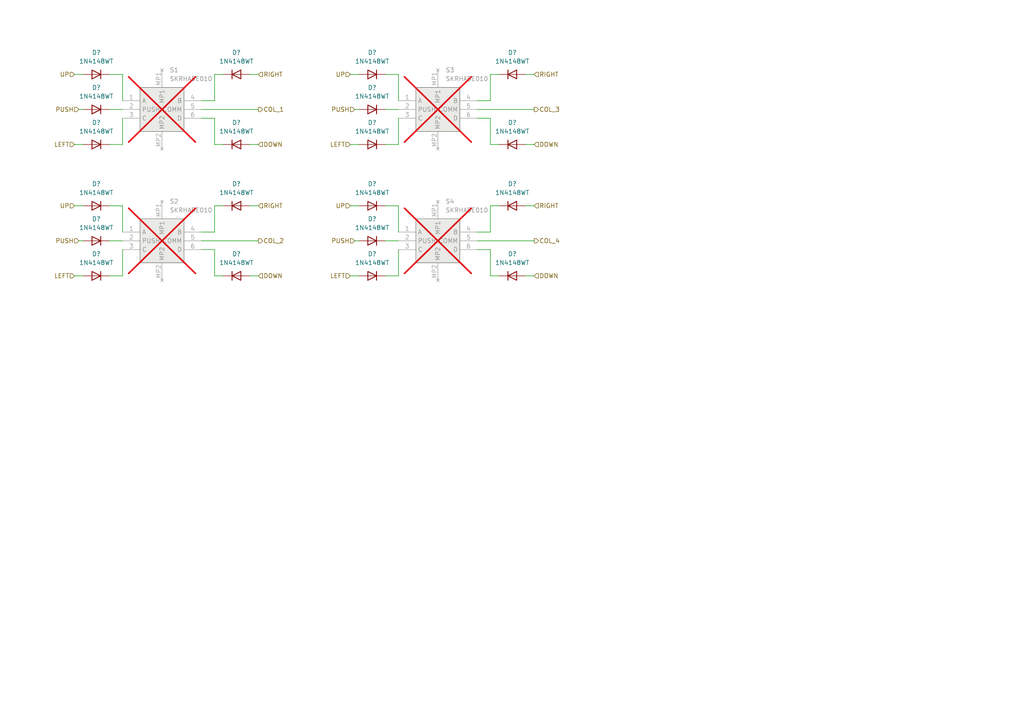
<source format=kicad_sch>
(kicad_sch (version 20230121) (generator eeschema)
  (paper "A4")
  (lib_symbols
    (symbol "Alps:SKRHADE010"
      (property "Reference" "S" (at -6.35 8.89 0))
      (property "Value" "SKRHADE010" (at 1.27 8.89 0))
      (symbol "SKRHADE010_1_1"
        (rectangle (start -6.35 6.35) (end 6.35 -6.35) (stroke (width 0.254)) (fill (type background)))
        (pin passive line (at -11.43 2.54 0) (length 5.08) (name "A") (number "1"))
        (pin passive line (at -11.43 0 0) (length 5.08) (name "PUSH") (number "2"))
        (pin passive line (at -11.43 -2.54 0) (length 5.08) (name "C") (number "3"))
        (pin passive line (at 11.43 2.54 180) (length 5.08) (name "B") (number "4"))
        (pin passive line (at 11.43 0 180) (length 5.08) (name "COMM") (number "5"))
        (pin passive line (at 11.43 -2.54 180) (length 5.08) (name "D") (number "6"))
        (pin no_connect line (at 0 11.43 270) (length 5.08) (name "MP1") (number "MP1"))
        (pin no_connect line (at 0 -11.43 90) (length 5.08) (name "MP2") (number "MP2"))
      )
    )
    (symbol "Diode:1N4148WT" (pin_numbers hide) (pin_names hide)
      (property "Reference" "D" (at 0 2.54 0))
      (property "Value" "1N4148WT" (at 0 -2.54 0))
      (symbol "1N4148WT_0_1"
        (polyline (pts (xy -1.27 1.27) (xy -1.27 -1.27)) (stroke (width 0.254)))
        (polyline (pts (xy 1.27 0) (xy -1.27 0)))
        (polyline (pts (xy 1.27 1.27) (xy 1.27 -1.27) (xy -1.27 0) (xy 1.27 1.27)) (stroke (width 0.254)))
      )
      (symbol "1N4148WT_1_1"
        (pin passive line (at -3.81 0 0) (length 2.54) (name "K") (number "1"))
        (pin passive line (at 3.81 0 180) (length 2.54) (name "A") (number "2"))
      )
    )
  )
  (wire (pts (xy 58.42 29.21) (xy 62.23 29.21)))
  (wire (pts (xy 35.56 80.01) (xy 35.56 72.39)))
  (wire (pts (xy 152.4 41.91) (xy 154.94 41.91)))
  (wire (pts (xy 115.57 80.01) (xy 115.57 72.39)))
  (wire (pts (xy 142.24 72.39) (xy 138.43 72.39)))
  (wire (pts (xy 102.87 69.85) (xy 104.14 69.85)))
  (wire (pts (xy 62.23 21.59) (xy 64.77 21.59)))
  (wire (pts (xy 62.23 34.29) (xy 58.42 34.29)))
  (wire (pts (xy 142.24 67.31) (xy 142.24 59.69)))
  (wire (pts (xy 152.4 59.69) (xy 154.94 59.69)))
  (wire (pts (xy 104.14 59.69) (xy 101.6 59.69)))
  (wire (pts (xy 115.57 59.69) (xy 115.57 67.31)))
  (wire (pts (xy 62.23 80.01) (xy 62.23 72.39)))
  (wire (pts (xy 101.6 80.01) (xy 104.14 80.01)))
  (wire (pts (xy 62.23 59.69) (xy 64.77 59.69)))
  (wire (pts (xy 24.13 59.69) (xy 21.59 59.69)))
  (wire (pts (xy 104.14 21.59) (xy 101.6 21.59)))
  (wire (pts (xy 144.78 41.91) (xy 142.24 41.91)))
  (wire (pts (xy 138.43 29.21) (xy 142.24 29.21)))
  (wire (pts (xy 142.24 41.91) (xy 142.24 34.29)))
  (wire (pts (xy 142.24 80.01) (xy 142.24 72.39)))
  (wire (pts (xy 144.78 80.01) (xy 142.24 80.01)))
  (wire (pts (xy 142.24 59.69) (xy 144.78 59.69)))
  (wire (pts (xy 138.43 67.31) (xy 142.24 67.31)))
  (wire (pts (xy 72.39 41.91) (xy 74.93 41.91)))
  (wire (pts (xy 31.75 80.01) (xy 35.56 80.01)))
  (wire (pts (xy 21.59 80.01) (xy 24.13 80.01)))
  (wire (pts (xy 62.23 67.31) (xy 62.23 59.69)))
  (wire (pts (xy 72.39 80.01) (xy 74.93 80.01)))
  (wire (pts (xy 111.76 21.59) (xy 115.57 21.59)))
  (wire (pts (xy 72.39 21.59) (xy 74.93 21.59)))
  (wire (pts (xy 35.56 59.69) (xy 35.56 67.31)))
  (wire (pts (xy 31.75 21.59) (xy 35.56 21.59)))
  (wire (pts (xy 58.42 69.85) (xy 74.93 69.85)))
  (wire (pts (xy 142.24 29.21) (xy 142.24 21.59)))
  (wire (pts (xy 21.59 41.91) (xy 24.13 41.91)))
  (wire (pts (xy 152.4 80.01) (xy 154.94 80.01)))
  (wire (pts (xy 31.75 41.91) (xy 35.56 41.91)))
  (wire (pts (xy 111.76 69.85) (xy 115.57 69.85)))
  (wire (pts (xy 31.75 31.75) (xy 35.56 31.75)))
  (wire (pts (xy 101.6 41.91) (xy 104.14 41.91)))
  (wire (pts (xy 111.76 59.69) (xy 115.57 59.69)))
  (wire (pts (xy 111.76 41.91) (xy 115.57 41.91)))
  (wire (pts (xy 64.77 41.91) (xy 62.23 41.91)))
  (wire (pts (xy 142.24 21.59) (xy 144.78 21.59)))
  (wire (pts (xy 22.86 31.75) (xy 24.13 31.75)))
  (wire (pts (xy 72.39 59.69) (xy 74.93 59.69)))
  (wire (pts (xy 31.75 69.85) (xy 35.56 69.85)))
  (wire (pts (xy 62.23 29.21) (xy 62.23 21.59)))
  (wire (pts (xy 58.42 31.75) (xy 74.93 31.75)))
  (wire (pts (xy 24.13 21.59) (xy 21.59 21.59)))
  (wire (pts (xy 152.4 21.59) (xy 154.94 21.59)))
  (wire (pts (xy 115.57 21.59) (xy 115.57 29.21)))
  (wire (pts (xy 111.76 31.75) (xy 115.57 31.75)))
  (wire (pts (xy 138.43 31.75) (xy 154.94 31.75)))
  (wire (pts (xy 35.56 21.59) (xy 35.56 29.21)))
  (wire (pts (xy 138.43 69.85) (xy 154.94 69.85)))
  (wire (pts (xy 102.87 31.75) (xy 104.14 31.75)))
  (wire (pts (xy 142.24 34.29) (xy 138.43 34.29)))
  (wire (pts (xy 111.76 80.01) (xy 115.57 80.01)))
  (wire (pts (xy 64.77 80.01) (xy 62.23 80.01)))
  (wire (pts (xy 31.75 59.69) (xy 35.56 59.69)))
  (wire (pts (xy 58.42 67.31) (xy 62.23 67.31)))
  (wire (pts (xy 35.56 41.91) (xy 35.56 34.29)))
  (wire (pts (xy 22.86 69.85) (xy 24.13 69.85)))
  (wire (pts (xy 62.23 72.39) (xy 58.42 72.39)))
  (wire (pts (xy 62.23 41.91) (xy 62.23 34.29)))
  (wire (pts (xy 115.57 41.91) (xy 115.57 34.29)))
  (hierarchical_label "UP" (shape input) (at 21.59 59.69 180))
  (hierarchical_label "COL_1" (shape output) (at 74.93 31.75 0))
  (hierarchical_label "UP" (shape input) (at 101.6 59.69 180))
  (hierarchical_label "RIGHT" (shape input) (at 74.93 59.69 0))
  (hierarchical_label "DOWN" (shape input) (at 74.93 41.91 0))
  (hierarchical_label "COL_2" (shape output) (at 74.93 69.85 0))
  (hierarchical_label "LEFT" (shape input) (at 101.6 80.01 180))
  (hierarchical_label "PUSH" (shape input) (at 102.87 31.75 180))
  (hierarchical_label "DOWN" (shape input) (at 74.93 80.01 0))
  (hierarchical_label "PUSH" (shape input) (at 102.87 69.85 180))
  (hierarchical_label "PUSH" (shape input) (at 22.86 69.85 180))
  (hierarchical_label "LEFT" (shape input) (at 101.6 41.91 180))
  (hierarchical_label "DOWN" (shape input) (at 154.94 80.01 0))
  (hierarchical_label "LEFT" (shape input) (at 21.59 80.01 180))
  (hierarchical_label "PUSH" (shape input) (at 22.86 31.75 180))
  (hierarchical_label "UP" (shape input) (at 21.59 21.59 180))
  (hierarchical_label "RIGHT" (shape input) (at 154.94 21.59 0))
  (hierarchical_label "RIGHT" (shape input) (at 74.93 21.59 0))
  (hierarchical_label "COL_3" (shape output) (at 154.94 31.75 0))
  (hierarchical_label "LEFT" (shape input) (at 21.59 41.91 180))
  (hierarchical_label "COL_4" (shape output) (at 154.94 69.85 0))
  (hierarchical_label "UP" (shape input) (at 101.6 21.59 180))
  (hierarchical_label "DOWN" (shape input) (at 154.94 41.91 0))
  (hierarchical_label "RIGHT" (shape input) (at 154.94 59.69 0))
  (symbol (lib_id "Diode:1N4148WT") (at 148.59 41.91 0) (unit 1)
    (property "Reference" "D?" (at 148.59 35.56 0))
    (property "Value" "1N4148WT" (at 148.59 38.1 0))
    (property "Footprint" "Diode_SMD:D_SOD-523" (effects hide))
    (property "Datasheet" "https://www.diodes.com/assets/Datasheets/ds30396.pdf" (effects hide))
    (property "Sim.Device" "D" (effects hide))
    (property "Sim.Pins" "1=K 2=A" (effects hide))
    (instances (project "clover_mini_joy" (path "" (reference "D?") (unit 1)) (path "" (reference "D38") (unit 1))))
  )
  (symbol (lib_id "Alps:SKRHADE010") (at 127 31.75 0) (unit 1) (dnp yes)
    (property "Reference" "S3" (at 129.1941 20.32 0) (effects (justify left)))
    (property "Value" "SKRHADE010" (at 129.1941 22.86 0) (effects (justify left)))
    (property "Footprint" "Alps:SKRHADE010" (effects hide))
    (property "Datasheet" "http://uk.rs-online.com/web/p/products/1239637" (effects hide))
    (property "Height" "5" (effects hide))
    (property "Manufacturer_Name" "ALPS Electric" (effects hide))
    (property "Manufacturer_Part_Number" "SKRHADE010" (effects hide))
    (property "Mouser Part Number" "688-SKRHAD" (effects hide))
    (property "Mouser Price/Stock" "https://www.mouser.co.uk/ProductDetail/Alps-Alpine/SKRHADE010?qs=seHrhfPpLDxlAi0Di%252BJD5Q%3D%3D" (effects hide))
  )
  (symbol (lib_id "Diode:1N4148WT") (at 27.94 69.85 180) (unit 1)
    (property "Reference" "D?" (at 27.94 63.5 0))
    (property "Value" "1N4148WT" (at 27.94 66.04 0))
    (property "Footprint" "Diode_SMD:D_SOD-523" (effects hide))
    (property "Datasheet" "https://www.diodes.com/assets/Datasheets/ds30396.pdf" (effects hide))
    (property "Sim.Device" "D" (effects hide))
    (property "Sim.Pins" "1=K 2=A" (effects hide))
    (instances (project "clover_mini_joy" (path "" (reference "D?") (unit 1)) (path "" (reference "D25") (unit 1))))
  )
  (symbol (lib_id "Diode:1N4148WT") (at 68.58 80.01 0) (unit 1)
    (property "Reference" "D?" (at 68.58 73.66 0))
    (property "Value" "1N4148WT" (at 68.58 76.2 0))
    (property "Footprint" "Diode_SMD:D_SOD-523" (effects hide))
    (property "Datasheet" "https://www.diodes.com/assets/Datasheets/ds30396.pdf" (effects hide))
    (property "Sim.Device" "D" (effects hide))
    (property "Sim.Pins" "1=K 2=A" (effects hide))
    (instances (project "clover_mini_joy" (path "" (reference "D?") (unit 1)) (path "" (reference "D30") (unit 1))))
  )
  (symbol (lib_id "Diode:1N4148WT") (at 107.95 80.01 180) (unit 1)
    (property "Reference" "D?" (at 107.95 73.66 0))
    (property "Value" "1N4148WT" (at 107.95 76.2 0))
    (property "Footprint" "Diode_SMD:D_SOD-523" (effects hide))
    (property "Datasheet" "https://www.diodes.com/assets/Datasheets/ds30396.pdf" (effects hide))
    (property "Sim.Device" "D" (effects hide))
    (property "Sim.Pins" "1=K 2=A" (effects hide))
    (instances (project "clover_mini_joy" (path "" (reference "D?") (unit 1)) (path "" (reference "D36") (unit 1))))
  )
  (symbol (lib_id "Diode:1N4148WT") (at 107.95 69.85 180) (unit 1)
    (property "Reference" "D?" (at 107.95 63.5 0))
    (property "Value" "1N4148WT" (at 107.95 66.04 0))
    (property "Footprint" "Diode_SMD:D_SOD-523" (effects hide))
    (property "Datasheet" "https://www.diodes.com/assets/Datasheets/ds30396.pdf" (effects hide))
    (property "Sim.Device" "D" (effects hide))
    (property "Sim.Pins" "1=K 2=A" (effects hide))
    (instances (project "clover_mini_joy" (path "" (reference "D?") (unit 1)) (path "" (reference "D35") (unit 1))))
  )
  (symbol (lib_id "Diode:1N4148WT") (at 107.95 21.59 180) (unit 1)
    (property "Reference" "D?" (at 107.95 15.24 0))
    (property "Value" "1N4148WT" (at 107.95 17.78 0))
    (property "Footprint" "Diode_SMD:D_SOD-523" (effects hide))
    (property "Datasheet" "https://www.diodes.com/assets/Datasheets/ds30396.pdf" (effects hide))
    (property "Sim.Device" "D" (effects hide))
    (property "Sim.Pins" "1=K 2=A" (effects hide))
    (instances (project "clover_mini_joy" (path "" (reference "D?") (unit 1)) (path "" (reference "D31") (unit 1))))
  )
  (symbol (lib_id "Diode:1N4148WT") (at 27.94 80.01 180) (unit 1)
    (property "Reference" "D?" (at 27.94 73.66 0))
    (property "Value" "1N4148WT" (at 27.94 76.2 0))
    (property "Footprint" "Diode_SMD:D_SOD-523" (effects hide))
    (property "Datasheet" "https://www.diodes.com/assets/Datasheets/ds30396.pdf" (effects hide))
    (property "Sim.Device" "D" (effects hide))
    (property "Sim.Pins" "1=K 2=A" (effects hide))
    (instances (project "clover_mini_joy" (path "" (reference "D?") (unit 1)) (path "" (reference "D26") (unit 1))))
  )
  (symbol (lib_id "Alps:SKRHADE010") (at 46.99 31.75 0) (unit 1) (dnp yes)
    (property "Reference" "S1" (at 49.1841 20.32 0) (effects (justify left)))
    (property "Value" "SKRHADE010" (at 49.1841 22.86 0) (effects (justify left)))
    (property "Footprint" "Alps:SKRHADE010" (effects hide))
    (property "Datasheet" "http://uk.rs-online.com/web/p/products/1239637" (effects hide))
    (property "Height" "5" (effects hide))
    (property "Manufacturer_Name" "ALPS Electric" (effects hide))
    (property "Manufacturer_Part_Number" "SKRHADE010" (effects hide))
    (property "Mouser Part Number" "688-SKRHAD" (effects hide))
    (property "Mouser Price/Stock" "https://www.mouser.co.uk/ProductDetail/Alps-Alpine/SKRHADE010?qs=seHrhfPpLDxlAi0Di%252BJD5Q%3D%3D" (effects hide))
  )
  (symbol (lib_id "Diode:1N4148WT") (at 148.59 59.69 0) (unit 1)
    (property "Reference" "D?" (at 148.59 53.34 0))
    (property "Value" "1N4148WT" (at 148.59 55.88 0))
    (property "Footprint" "Diode_SMD:D_SOD-523" (effects hide))
    (property "Datasheet" "https://www.diodes.com/assets/Datasheets/ds30396.pdf" (effects hide))
    (property "Sim.Device" "D" (effects hide))
    (property "Sim.Pins" "1=K 2=A" (effects hide))
    (instances (project "clover_mini_joy" (path "" (reference "D?") (unit 1)) (path "" (reference "D39") (unit 1))))
  )
  (symbol (lib_id "Alps:SKRHADE010") (at 46.99 69.85 0) (unit 1) (dnp yes)
    (property "Reference" "S2" (at 49.1841 58.42 0) (effects (justify left)))
    (property "Value" "SKRHADE010" (at 49.1841 60.96 0) (effects (justify left)))
    (property "Footprint" "Alps:SKRHADE010" (effects hide))
    (property "Datasheet" "http://uk.rs-online.com/web/p/products/1239637" (effects hide))
    (property "Height" "5" (effects hide))
    (property "Manufacturer_Name" "ALPS Electric" (effects hide))
    (property "Manufacturer_Part_Number" "SKRHADE010" (effects hide))
    (property "Mouser Part Number" "688-SKRHAD" (effects hide))
    (property "Mouser Price/Stock" "https://www.mouser.co.uk/ProductDetail/Alps-Alpine/SKRHADE010?qs=seHrhfPpLDxlAi0Di%252BJD5Q%3D%3D" (effects hide))
  )
  (symbol (lib_id "Diode:1N4148WT") (at 27.94 59.69 180) (unit 1)
    (property "Reference" "D?" (at 27.94 53.34 0))
    (property "Value" "1N4148WT" (at 27.94 55.88 0))
    (property "Footprint" "Diode_SMD:D_SOD-523" (effects hide))
    (property "Datasheet" "https://www.diodes.com/assets/Datasheets/ds30396.pdf" (effects hide))
    (property "Sim.Device" "D" (effects hide))
    (property "Sim.Pins" "1=K 2=A" (effects hide))
    (instances (project "clover_mini_joy" (path "" (reference "D?") (unit 1)) (path "" (reference "D24") (unit 1))))
  )
  (symbol (lib_id "Diode:1N4148WT") (at 107.95 41.91 180) (unit 1)
    (property "Reference" "D?" (at 107.95 35.56 0))
    (property "Value" "1N4148WT" (at 107.95 38.1 0))
    (property "Footprint" "Diode_SMD:D_SOD-523" (effects hide))
    (property "Datasheet" "https://www.diodes.com/assets/Datasheets/ds30396.pdf" (effects hide))
    (property "Sim.Device" "D" (effects hide))
    (property "Sim.Pins" "1=K 2=A" (effects hide))
    (instances (project "clover_mini_joy" (path "" (reference "D?") (unit 1)) (path "" (reference "D33") (unit 1))))
  )
  (symbol (lib_id "Diode:1N4148WT") (at 107.95 31.75 180) (unit 1)
    (property "Reference" "D?" (at 107.95 25.4 0))
    (property "Value" "1N4148WT" (at 107.95 27.94 0))
    (property "Footprint" "Diode_SMD:D_SOD-523" (effects hide))
    (property "Datasheet" "https://www.diodes.com/assets/Datasheets/ds30396.pdf" (effects hide))
    (property "Sim.Device" "D" (effects hide))
    (property "Sim.Pins" "1=K 2=A" (effects hide))
    (instances (project "clover_mini_joy" (path "" (reference "D?") (unit 1)) (path "" (reference "D32") (unit 1))))
  )
  (symbol (lib_id "Diode:1N4148WT") (at 27.94 21.59 180) (unit 1)
    (property "Reference" "D?" (at 27.94 15.24 0))
    (property "Value" "1N4148WT" (at 27.94 17.78 0))
    (property "Footprint" "Diode_SMD:D_SOD-523" (effects hide))
    (property "Datasheet" "https://www.diodes.com/assets/Datasheets/ds30396.pdf" (effects hide))
    (property "Sim.Device" "D" (effects hide))
    (property "Sim.Pins" "1=K 2=A" (effects hide))
    (instances (project "clover_mini_joy" (path "" (reference "D?") (unit 1)) (path "" (reference "D21") (unit 1))))
  )
  (symbol (lib_id "Diode:1N4148WT") (at 27.94 41.91 180) (unit 1)
    (property "Reference" "D?" (at 27.94 35.56 0))
    (property "Value" "1N4148WT" (at 27.94 38.1 0))
    (property "Footprint" "Diode_SMD:D_SOD-523" (effects hide))
    (property "Datasheet" "https://www.diodes.com/assets/Datasheets/ds30396.pdf" (effects hide))
    (property "Sim.Device" "D" (effects hide))
    (property "Sim.Pins" "1=K 2=A" (effects hide))
    (instances (project "clover_mini_joy" (path "" (reference "D?") (unit 1)) (path "" (reference "D23") (unit 1))))
  )
  (symbol (lib_id "Diode:1N4148WT") (at 107.95 59.69 180) (unit 1)
    (property "Reference" "D?" (at 107.95 53.34 0))
    (property "Value" "1N4148WT" (at 107.95 55.88 0))
    (property "Footprint" "Diode_SMD:D_SOD-523" (effects hide))
    (property "Datasheet" "https://www.diodes.com/assets/Datasheets/ds30396.pdf" (effects hide))
    (property "Sim.Device" "D" (effects hide))
    (property "Sim.Pins" "1=K 2=A" (effects hide))
    (instances (project "clover_mini_joy" (path "" (reference "D?") (unit 1)) (path "" (reference "D34") (unit 1))))
  )
  (symbol (lib_id "Diode:1N4148WT") (at 148.59 80.01 0) (unit 1)
    (property "Reference" "D?" (at 148.59 73.66 0))
    (property "Value" "1N4148WT" (at 148.59 76.2 0))
    (property "Footprint" "Diode_SMD:D_SOD-523" (effects hide))
    (property "Datasheet" "https://www.diodes.com/assets/Datasheets/ds30396.pdf" (effects hide))
    (property "Sim.Device" "D" (effects hide))
    (property "Sim.Pins" "1=K 2=A" (effects hide))
    (instances (project "clover_mini_joy" (path "" (reference "D?") (unit 1)) (path "" (reference "D40") (unit 1))))
  )
  (symbol (lib_id "Diode:1N4148WT") (at 68.58 21.59 0) (unit 1)
    (property "Reference" "D?" (at 68.58 15.24 0))
    (property "Value" "1N4148WT" (at 68.58 17.78 0))
    (property "Footprint" "Diode_SMD:D_SOD-523" (effects hide))
    (property "Datasheet" "https://www.diodes.com/assets/Datasheets/ds30396.pdf" (effects hide))
    (property "Sim.Device" "D" (effects hide))
    (property "Sim.Pins" "1=K 2=A" (effects hide))
    (instances (project "clover_mini_joy" (path "" (reference "D?") (unit 1)) (path "" (reference "D27") (unit 1))))
  )
  (symbol (lib_id "Diode:1N4148WT") (at 68.58 59.69 0) (unit 1)
    (property "Reference" "D?" (at 68.58 53.34 0))
    (property "Value" "1N4148WT" (at 68.58 55.88 0))
    (property "Footprint" "Diode_SMD:D_SOD-523" (effects hide))
    (property "Datasheet" "https://www.diodes.com/assets/Datasheets/ds30396.pdf" (effects hide))
    (property "Sim.Device" "D" (effects hide))
    (property "Sim.Pins" "1=K 2=A" (effects hide))
    (instances (project "clover_mini_joy" (path "" (reference "D?") (unit 1)) (path "" (reference "D29") (unit 1))))
  )
  (symbol (lib_id "Diode:1N4148WT") (at 27.94 31.75 180) (unit 1)
    (property "Reference" "D?" (at 27.94 25.4 0))
    (property "Value" "1N4148WT" (at 27.94 27.94 0))
    (property "Footprint" "Diode_SMD:D_SOD-523" (effects hide))
    (property "Datasheet" "https://www.diodes.com/assets/Datasheets/ds30396.pdf" (effects hide))
    (property "Sim.Device" "D" (effects hide))
    (property "Sim.Pins" "1=K 2=A" (effects hide))
    (instances (project "clover_mini_joy" (path "" (reference "D?") (unit 1)) (path "" (reference "D22") (unit 1))))
  )
  (symbol (lib_id "Alps:SKRHADE010") (at 127 69.85 0) (unit 1) (dnp yes)
    (property "Reference" "S4" (at 129.1941 58.42 0) (effects (justify left)))
    (property "Value" "SKRHADE010" (at 129.1941 60.96 0) (effects (justify left)))
    (property "Footprint" "Alps:SKRHADE010" (effects hide))
    (property "Datasheet" "http://uk.rs-online.com/web/p/products/1239637" (effects hide))
    (property "Height" "5" (effects hide))
    (property "Manufacturer_Name" "ALPS Electric" (effects hide))
    (property "Manufacturer_Part_Number" "SKRHADE010" (effects hide))
    (property "Mouser Part Number" "688-SKRHAD" (effects hide))
    (property "Mouser Price/Stock" "https://www.mouser.co.uk/ProductDetail/Alps-Alpine/SKRHADE010?qs=seHrhfPpLDxlAi0Di%252BJD5Q%3D%3D" (effects hide))
  )
  (symbol (lib_id "Diode:1N4148WT") (at 148.59 21.59 0) (unit 1)
    (property "Reference" "D?" (at 148.59 15.24 0))
    (property "Value" "1N4148WT" (at 148.59 17.78 0))
    (property "Footprint" "Diode_SMD:D_SOD-523" (effects hide))
    (property "Datasheet" "https://www.diodes.com/assets/Datasheets/ds30396.pdf" (effects hide))
    (property "Sim.Device" "D" (effects hide))
    (property "Sim.Pins" "1=K 2=A" (effects hide))
    (instances (project "clover_mini_joy" (path "" (reference "D?") (unit 1)) (path "" (reference "D37") (unit 1))))
  )
  (symbol (lib_id "Diode:1N4148WT") (at 68.58 41.91 0) (unit 1)
    (property "Reference" "D?" (at 68.58 35.56 0))
    (property "Value" "1N4148WT" (at 68.58 38.1 0))
    (property "Footprint" "Diode_SMD:D_SOD-523" (effects hide))
    (property "Datasheet" "https://www.diodes.com/assets/Datasheets/ds30396.pdf" (effects hide))
    (property "Sim.Device" "D" (effects hide))
    (property "Sim.Pins" "1=K 2=A" (effects hide))
    (instances (project "clover_mini_joy" (path "" (reference "D?") (unit 1)) (path "" (reference "D28") (unit 1))))
  )
)
</source>
